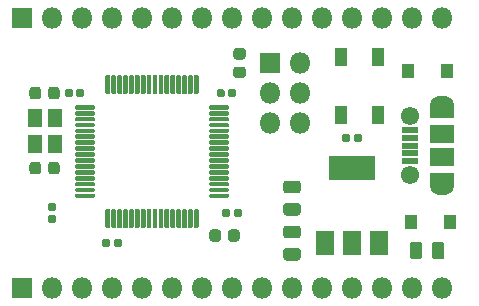
<source format=gbr>
%TF.GenerationSoftware,KiCad,Pcbnew,5.1.6+dfsg1-1*%
%TF.CreationDate,2020-06-20T18:18:21+08:00*%
%TF.ProjectId,stm32dev,73746d33-3264-4657-962e-6b696361645f,a*%
%TF.SameCoordinates,Original*%
%TF.FileFunction,Soldermask,Top*%
%TF.FilePolarity,Negative*%
%FSLAX46Y46*%
G04 Gerber Fmt 4.6, Leading zero omitted, Abs format (unit mm)*
G04 Created by KiCad (PCBNEW 5.1.6+dfsg1-1) date 2020-06-20 18:18:21*
%MOMM*%
%LPD*%
G01*
G04 APERTURE LIST*
%ADD10R,1.000000X1.300000*%
%ADD11R,1.100000X1.600000*%
%ADD12O,1.800000X1.800000*%
%ADD13R,1.800000X1.800000*%
%ADD14R,2.000000X1.300000*%
%ADD15O,2.000000X1.300000*%
%ADD16R,2.000000X1.600000*%
%ADD17C,1.550000*%
%ADD18R,1.450000X0.500000*%
%ADD19R,1.600000X2.100000*%
%ADD20R,3.900000X2.100000*%
%ADD21R,1.300000X1.500000*%
G04 APERTURE END LIST*
D10*
%TO.C,D3*%
X173100000Y-90805000D03*
X169800000Y-90805000D03*
%TD*%
%TO.C,D1*%
X173354000Y-103632000D03*
X170054000Y-103632000D03*
%TD*%
%TO.C,C10*%
G36*
G01*
X138765000Y-98778750D02*
X138765000Y-99341250D01*
G75*
G02*
X138521250Y-99585000I-243750J0D01*
G01*
X138033750Y-99585000D01*
G75*
G02*
X137790000Y-99341250I0J243750D01*
G01*
X137790000Y-98778750D01*
G75*
G02*
X138033750Y-98535000I243750J0D01*
G01*
X138521250Y-98535000D01*
G75*
G02*
X138765000Y-98778750I0J-243750D01*
G01*
G37*
G36*
G01*
X140340000Y-98778750D02*
X140340000Y-99341250D01*
G75*
G02*
X140096250Y-99585000I-243750J0D01*
G01*
X139608750Y-99585000D01*
G75*
G02*
X139365000Y-99341250I0J243750D01*
G01*
X139365000Y-98778750D01*
G75*
G02*
X139608750Y-98535000I243750J0D01*
G01*
X140096250Y-98535000D01*
G75*
G02*
X140340000Y-98778750I0J-243750D01*
G01*
G37*
%TD*%
%TO.C,C6*%
G36*
G01*
X139365000Y-92991250D02*
X139365000Y-92428750D01*
G75*
G02*
X139608750Y-92185000I243750J0D01*
G01*
X140096250Y-92185000D01*
G75*
G02*
X140340000Y-92428750I0J-243750D01*
G01*
X140340000Y-92991250D01*
G75*
G02*
X140096250Y-93235000I-243750J0D01*
G01*
X139608750Y-93235000D01*
G75*
G02*
X139365000Y-92991250I0J243750D01*
G01*
G37*
G36*
G01*
X137790000Y-92991250D02*
X137790000Y-92428750D01*
G75*
G02*
X138033750Y-92185000I243750J0D01*
G01*
X138521250Y-92185000D01*
G75*
G02*
X138765000Y-92428750I0J-243750D01*
G01*
X138765000Y-92991250D01*
G75*
G02*
X138521250Y-93235000I-243750J0D01*
G01*
X138033750Y-93235000D01*
G75*
G02*
X137790000Y-92991250I0J243750D01*
G01*
G37*
%TD*%
%TO.C,C13*%
G36*
G01*
X155856250Y-89870000D02*
X155293750Y-89870000D01*
G75*
G02*
X155050000Y-89626250I0J243750D01*
G01*
X155050000Y-89138750D01*
G75*
G02*
X155293750Y-88895000I243750J0D01*
G01*
X155856250Y-88895000D01*
G75*
G02*
X156100000Y-89138750I0J-243750D01*
G01*
X156100000Y-89626250D01*
G75*
G02*
X155856250Y-89870000I-243750J0D01*
G01*
G37*
G36*
G01*
X155856250Y-91445000D02*
X155293750Y-91445000D01*
G75*
G02*
X155050000Y-91201250I0J243750D01*
G01*
X155050000Y-90713750D01*
G75*
G02*
X155293750Y-90470000I243750J0D01*
G01*
X155856250Y-90470000D01*
G75*
G02*
X156100000Y-90713750I0J-243750D01*
G01*
X156100000Y-91201250D01*
G75*
G02*
X155856250Y-91445000I-243750J0D01*
G01*
G37*
%TD*%
%TO.C,C12*%
G36*
G01*
X154605000Y-105056250D02*
X154605000Y-104493750D01*
G75*
G02*
X154848750Y-104250000I243750J0D01*
G01*
X155336250Y-104250000D01*
G75*
G02*
X155580000Y-104493750I0J-243750D01*
G01*
X155580000Y-105056250D01*
G75*
G02*
X155336250Y-105300000I-243750J0D01*
G01*
X154848750Y-105300000D01*
G75*
G02*
X154605000Y-105056250I0J243750D01*
G01*
G37*
G36*
G01*
X153030000Y-105056250D02*
X153030000Y-104493750D01*
G75*
G02*
X153273750Y-104250000I243750J0D01*
G01*
X153761250Y-104250000D01*
G75*
G02*
X154005000Y-104493750I0J-243750D01*
G01*
X154005000Y-105056250D01*
G75*
G02*
X153761250Y-105300000I-243750J0D01*
G01*
X153273750Y-105300000D01*
G75*
G02*
X153030000Y-105056250I0J243750D01*
G01*
G37*
%TD*%
%TO.C,C11*%
G36*
G01*
X141465000Y-92512500D02*
X141465000Y-92907500D01*
G75*
G02*
X141292500Y-93080000I-172500J0D01*
G01*
X140947500Y-93080000D01*
G75*
G02*
X140775000Y-92907500I0J172500D01*
G01*
X140775000Y-92512500D01*
G75*
G02*
X140947500Y-92340000I172500J0D01*
G01*
X141292500Y-92340000D01*
G75*
G02*
X141465000Y-92512500I0J-172500D01*
G01*
G37*
G36*
G01*
X142435000Y-92512500D02*
X142435000Y-92907500D01*
G75*
G02*
X142262500Y-93080000I-172500J0D01*
G01*
X141917500Y-93080000D01*
G75*
G02*
X141745000Y-92907500I0J172500D01*
G01*
X141745000Y-92512500D01*
G75*
G02*
X141917500Y-92340000I172500J0D01*
G01*
X142262500Y-92340000D01*
G75*
G02*
X142435000Y-92512500I0J-172500D01*
G01*
G37*
%TD*%
%TO.C,C9*%
G36*
G01*
X139502500Y-103010000D02*
X139897500Y-103010000D01*
G75*
G02*
X140070000Y-103182500I0J-172500D01*
G01*
X140070000Y-103527500D01*
G75*
G02*
X139897500Y-103700000I-172500J0D01*
G01*
X139502500Y-103700000D01*
G75*
G02*
X139330000Y-103527500I0J172500D01*
G01*
X139330000Y-103182500D01*
G75*
G02*
X139502500Y-103010000I172500J0D01*
G01*
G37*
G36*
G01*
X139502500Y-102040000D02*
X139897500Y-102040000D01*
G75*
G02*
X140070000Y-102212500I0J-172500D01*
G01*
X140070000Y-102557500D01*
G75*
G02*
X139897500Y-102730000I-172500J0D01*
G01*
X139502500Y-102730000D01*
G75*
G02*
X139330000Y-102557500I0J172500D01*
G01*
X139330000Y-102212500D01*
G75*
G02*
X139502500Y-102040000I172500J0D01*
G01*
G37*
%TD*%
%TO.C,C8*%
G36*
G01*
X155080000Y-103067500D02*
X155080000Y-102672500D01*
G75*
G02*
X155252500Y-102500000I172500J0D01*
G01*
X155597500Y-102500000D01*
G75*
G02*
X155770000Y-102672500I0J-172500D01*
G01*
X155770000Y-103067500D01*
G75*
G02*
X155597500Y-103240000I-172500J0D01*
G01*
X155252500Y-103240000D01*
G75*
G02*
X155080000Y-103067500I0J172500D01*
G01*
G37*
G36*
G01*
X154110000Y-103067500D02*
X154110000Y-102672500D01*
G75*
G02*
X154282500Y-102500000I172500J0D01*
G01*
X154627500Y-102500000D01*
G75*
G02*
X154800000Y-102672500I0J-172500D01*
G01*
X154800000Y-103067500D01*
G75*
G02*
X154627500Y-103240000I-172500J0D01*
G01*
X154282500Y-103240000D01*
G75*
G02*
X154110000Y-103067500I0J172500D01*
G01*
G37*
%TD*%
%TO.C,C7*%
G36*
G01*
X154595000Y-92907500D02*
X154595000Y-92512500D01*
G75*
G02*
X154767500Y-92340000I172500J0D01*
G01*
X155112500Y-92340000D01*
G75*
G02*
X155285000Y-92512500I0J-172500D01*
G01*
X155285000Y-92907500D01*
G75*
G02*
X155112500Y-93080000I-172500J0D01*
G01*
X154767500Y-93080000D01*
G75*
G02*
X154595000Y-92907500I0J172500D01*
G01*
G37*
G36*
G01*
X153625000Y-92907500D02*
X153625000Y-92512500D01*
G75*
G02*
X153797500Y-92340000I172500J0D01*
G01*
X154142500Y-92340000D01*
G75*
G02*
X154315000Y-92512500I0J-172500D01*
G01*
X154315000Y-92907500D01*
G75*
G02*
X154142500Y-93080000I-172500J0D01*
G01*
X153797500Y-93080000D01*
G75*
G02*
X153625000Y-92907500I0J172500D01*
G01*
G37*
%TD*%
%TO.C,C5*%
G36*
G01*
X144640000Y-105212500D02*
X144640000Y-105607500D01*
G75*
G02*
X144467500Y-105780000I-172500J0D01*
G01*
X144122500Y-105780000D01*
G75*
G02*
X143950000Y-105607500I0J172500D01*
G01*
X143950000Y-105212500D01*
G75*
G02*
X144122500Y-105040000I172500J0D01*
G01*
X144467500Y-105040000D01*
G75*
G02*
X144640000Y-105212500I0J-172500D01*
G01*
G37*
G36*
G01*
X145610000Y-105212500D02*
X145610000Y-105607500D01*
G75*
G02*
X145437500Y-105780000I-172500J0D01*
G01*
X145092500Y-105780000D01*
G75*
G02*
X144920000Y-105607500I0J172500D01*
G01*
X144920000Y-105212500D01*
G75*
G02*
X145092500Y-105040000I172500J0D01*
G01*
X145437500Y-105040000D01*
G75*
G02*
X145610000Y-105212500I0J-172500D01*
G01*
G37*
%TD*%
D11*
%TO.C,D2*%
X164135000Y-94525000D03*
X167335000Y-94525000D03*
X164135000Y-89625000D03*
X167335000Y-89625000D03*
%TD*%
D12*
%TO.C,J5*%
X160655000Y-95250000D03*
X158115000Y-95250000D03*
X160655000Y-92710000D03*
X158115000Y-92710000D03*
X160655000Y-90170000D03*
D13*
X158115000Y-90170000D03*
%TD*%
D12*
%TO.C,J4*%
X172720000Y-86360000D03*
X170180000Y-86360000D03*
X167640000Y-86360000D03*
X165100000Y-86360000D03*
X162560000Y-86360000D03*
X160020000Y-86360000D03*
X157480000Y-86360000D03*
X154940000Y-86360000D03*
X152400000Y-86360000D03*
X149860000Y-86360000D03*
X147320000Y-86360000D03*
X144780000Y-86360000D03*
X142240000Y-86360000D03*
X139700000Y-86360000D03*
D13*
X137160000Y-86360000D03*
%TD*%
D12*
%TO.C,J3*%
X172720000Y-109220000D03*
X170180000Y-109220000D03*
X167640000Y-109220000D03*
X165100000Y-109220000D03*
X162560000Y-109220000D03*
X160020000Y-109220000D03*
X157480000Y-109220000D03*
X154940000Y-109220000D03*
X152400000Y-109220000D03*
X149860000Y-109220000D03*
X147320000Y-109220000D03*
X144780000Y-109220000D03*
X142240000Y-109220000D03*
X139700000Y-109220000D03*
D13*
X137160000Y-109220000D03*
%TD*%
D14*
%TO.C,J1*%
X172687500Y-100055000D03*
X172687500Y-94255000D03*
D15*
X172687500Y-93655000D03*
X172687500Y-100655000D03*
D16*
X172687500Y-98155000D03*
D17*
X169987500Y-94655000D03*
D18*
X169987500Y-97155000D03*
X169987500Y-96505000D03*
X169987500Y-95855000D03*
X169987500Y-98455000D03*
X169987500Y-97805000D03*
D17*
X169987500Y-99655000D03*
D16*
X172687500Y-96155000D03*
%TD*%
D19*
%TO.C,U1*%
X162800000Y-105385000D03*
X167400000Y-105385000D03*
X165100000Y-105385000D03*
D20*
X165100000Y-99085000D03*
%TD*%
%TO.C,C4*%
G36*
G01*
X165240000Y-96717500D02*
X165240000Y-96322500D01*
G75*
G02*
X165412500Y-96150000I172500J0D01*
G01*
X165757500Y-96150000D01*
G75*
G02*
X165930000Y-96322500I0J-172500D01*
G01*
X165930000Y-96717500D01*
G75*
G02*
X165757500Y-96890000I-172500J0D01*
G01*
X165412500Y-96890000D01*
G75*
G02*
X165240000Y-96717500I0J172500D01*
G01*
G37*
G36*
G01*
X164270000Y-96717500D02*
X164270000Y-96322500D01*
G75*
G02*
X164442500Y-96150000I172500J0D01*
G01*
X164787500Y-96150000D01*
G75*
G02*
X164960000Y-96322500I0J-172500D01*
G01*
X164960000Y-96717500D01*
G75*
G02*
X164787500Y-96890000I-172500J0D01*
G01*
X164442500Y-96890000D01*
G75*
G02*
X164270000Y-96717500I0J172500D01*
G01*
G37*
%TD*%
%TO.C,C3*%
G36*
G01*
X160501250Y-101200000D02*
X159538750Y-101200000D01*
G75*
G02*
X159270000Y-100931250I0J268750D01*
G01*
X159270000Y-100393750D01*
G75*
G02*
X159538750Y-100125000I268750J0D01*
G01*
X160501250Y-100125000D01*
G75*
G02*
X160770000Y-100393750I0J-268750D01*
G01*
X160770000Y-100931250D01*
G75*
G02*
X160501250Y-101200000I-268750J0D01*
G01*
G37*
G36*
G01*
X160501250Y-103075000D02*
X159538750Y-103075000D01*
G75*
G02*
X159270000Y-102806250I0J268750D01*
G01*
X159270000Y-102268750D01*
G75*
G02*
X159538750Y-102000000I268750J0D01*
G01*
X160501250Y-102000000D01*
G75*
G02*
X160770000Y-102268750I0J-268750D01*
G01*
X160770000Y-102806250D01*
G75*
G02*
X160501250Y-103075000I-268750J0D01*
G01*
G37*
%TD*%
%TO.C,C2*%
G36*
G01*
X159538750Y-105810000D02*
X160501250Y-105810000D01*
G75*
G02*
X160770000Y-106078750I0J-268750D01*
G01*
X160770000Y-106616250D01*
G75*
G02*
X160501250Y-106885000I-268750J0D01*
G01*
X159538750Y-106885000D01*
G75*
G02*
X159270000Y-106616250I0J268750D01*
G01*
X159270000Y-106078750D01*
G75*
G02*
X159538750Y-105810000I268750J0D01*
G01*
G37*
G36*
G01*
X159538750Y-103935000D02*
X160501250Y-103935000D01*
G75*
G02*
X160770000Y-104203750I0J-268750D01*
G01*
X160770000Y-104741250D01*
G75*
G02*
X160501250Y-105010000I-268750J0D01*
G01*
X159538750Y-105010000D01*
G75*
G02*
X159270000Y-104741250I0J268750D01*
G01*
X159270000Y-104203750D01*
G75*
G02*
X159538750Y-103935000I268750J0D01*
G01*
G37*
%TD*%
%TO.C,C1*%
G36*
G01*
X171850000Y-106526250D02*
X171850000Y-105563750D01*
G75*
G02*
X172118750Y-105295000I268750J0D01*
G01*
X172656250Y-105295000D01*
G75*
G02*
X172925000Y-105563750I0J-268750D01*
G01*
X172925000Y-106526250D01*
G75*
G02*
X172656250Y-106795000I-268750J0D01*
G01*
X172118750Y-106795000D01*
G75*
G02*
X171850000Y-106526250I0J268750D01*
G01*
G37*
G36*
G01*
X169975000Y-106526250D02*
X169975000Y-105563750D01*
G75*
G02*
X170243750Y-105295000I268750J0D01*
G01*
X170781250Y-105295000D01*
G75*
G02*
X171050000Y-105563750I0J-268750D01*
G01*
X171050000Y-106526250D01*
G75*
G02*
X170781250Y-106795000I-268750J0D01*
G01*
X170243750Y-106795000D01*
G75*
G02*
X169975000Y-106526250I0J268750D01*
G01*
G37*
%TD*%
D21*
%TO.C,Y1*%
X139915000Y-94785000D03*
X139915000Y-96985000D03*
X138215000Y-96985000D03*
X138215000Y-94785000D03*
%TD*%
%TO.C,U2*%
G36*
G01*
X144215000Y-92715000D02*
X144215000Y-91265000D01*
G75*
G02*
X144315000Y-91165000I100000J0D01*
G01*
X144515000Y-91165000D01*
G75*
G02*
X144615000Y-91265000I0J-100000D01*
G01*
X144615000Y-92715000D01*
G75*
G02*
X144515000Y-92815000I-100000J0D01*
G01*
X144315000Y-92815000D01*
G75*
G02*
X144215000Y-92715000I0J100000D01*
G01*
G37*
G36*
G01*
X144715000Y-92715000D02*
X144715000Y-91265000D01*
G75*
G02*
X144815000Y-91165000I100000J0D01*
G01*
X145015000Y-91165000D01*
G75*
G02*
X145115000Y-91265000I0J-100000D01*
G01*
X145115000Y-92715000D01*
G75*
G02*
X145015000Y-92815000I-100000J0D01*
G01*
X144815000Y-92815000D01*
G75*
G02*
X144715000Y-92715000I0J100000D01*
G01*
G37*
G36*
G01*
X145215000Y-92715000D02*
X145215000Y-91265000D01*
G75*
G02*
X145315000Y-91165000I100000J0D01*
G01*
X145515000Y-91165000D01*
G75*
G02*
X145615000Y-91265000I0J-100000D01*
G01*
X145615000Y-92715000D01*
G75*
G02*
X145515000Y-92815000I-100000J0D01*
G01*
X145315000Y-92815000D01*
G75*
G02*
X145215000Y-92715000I0J100000D01*
G01*
G37*
G36*
G01*
X145715000Y-92715000D02*
X145715000Y-91265000D01*
G75*
G02*
X145815000Y-91165000I100000J0D01*
G01*
X146015000Y-91165000D01*
G75*
G02*
X146115000Y-91265000I0J-100000D01*
G01*
X146115000Y-92715000D01*
G75*
G02*
X146015000Y-92815000I-100000J0D01*
G01*
X145815000Y-92815000D01*
G75*
G02*
X145715000Y-92715000I0J100000D01*
G01*
G37*
G36*
G01*
X146215000Y-92715000D02*
X146215000Y-91265000D01*
G75*
G02*
X146315000Y-91165000I100000J0D01*
G01*
X146515000Y-91165000D01*
G75*
G02*
X146615000Y-91265000I0J-100000D01*
G01*
X146615000Y-92715000D01*
G75*
G02*
X146515000Y-92815000I-100000J0D01*
G01*
X146315000Y-92815000D01*
G75*
G02*
X146215000Y-92715000I0J100000D01*
G01*
G37*
G36*
G01*
X146715000Y-92715000D02*
X146715000Y-91265000D01*
G75*
G02*
X146815000Y-91165000I100000J0D01*
G01*
X147015000Y-91165000D01*
G75*
G02*
X147115000Y-91265000I0J-100000D01*
G01*
X147115000Y-92715000D01*
G75*
G02*
X147015000Y-92815000I-100000J0D01*
G01*
X146815000Y-92815000D01*
G75*
G02*
X146715000Y-92715000I0J100000D01*
G01*
G37*
G36*
G01*
X147215000Y-92715000D02*
X147215000Y-91265000D01*
G75*
G02*
X147315000Y-91165000I100000J0D01*
G01*
X147515000Y-91165000D01*
G75*
G02*
X147615000Y-91265000I0J-100000D01*
G01*
X147615000Y-92715000D01*
G75*
G02*
X147515000Y-92815000I-100000J0D01*
G01*
X147315000Y-92815000D01*
G75*
G02*
X147215000Y-92715000I0J100000D01*
G01*
G37*
G36*
G01*
X147715000Y-92715000D02*
X147715000Y-91265000D01*
G75*
G02*
X147815000Y-91165000I100000J0D01*
G01*
X148015000Y-91165000D01*
G75*
G02*
X148115000Y-91265000I0J-100000D01*
G01*
X148115000Y-92715000D01*
G75*
G02*
X148015000Y-92815000I-100000J0D01*
G01*
X147815000Y-92815000D01*
G75*
G02*
X147715000Y-92715000I0J100000D01*
G01*
G37*
G36*
G01*
X148215000Y-92715000D02*
X148215000Y-91265000D01*
G75*
G02*
X148315000Y-91165000I100000J0D01*
G01*
X148515000Y-91165000D01*
G75*
G02*
X148615000Y-91265000I0J-100000D01*
G01*
X148615000Y-92715000D01*
G75*
G02*
X148515000Y-92815000I-100000J0D01*
G01*
X148315000Y-92815000D01*
G75*
G02*
X148215000Y-92715000I0J100000D01*
G01*
G37*
G36*
G01*
X148715000Y-92715000D02*
X148715000Y-91265000D01*
G75*
G02*
X148815000Y-91165000I100000J0D01*
G01*
X149015000Y-91165000D01*
G75*
G02*
X149115000Y-91265000I0J-100000D01*
G01*
X149115000Y-92715000D01*
G75*
G02*
X149015000Y-92815000I-100000J0D01*
G01*
X148815000Y-92815000D01*
G75*
G02*
X148715000Y-92715000I0J100000D01*
G01*
G37*
G36*
G01*
X149215000Y-92715000D02*
X149215000Y-91265000D01*
G75*
G02*
X149315000Y-91165000I100000J0D01*
G01*
X149515000Y-91165000D01*
G75*
G02*
X149615000Y-91265000I0J-100000D01*
G01*
X149615000Y-92715000D01*
G75*
G02*
X149515000Y-92815000I-100000J0D01*
G01*
X149315000Y-92815000D01*
G75*
G02*
X149215000Y-92715000I0J100000D01*
G01*
G37*
G36*
G01*
X149715000Y-92715000D02*
X149715000Y-91265000D01*
G75*
G02*
X149815000Y-91165000I100000J0D01*
G01*
X150015000Y-91165000D01*
G75*
G02*
X150115000Y-91265000I0J-100000D01*
G01*
X150115000Y-92715000D01*
G75*
G02*
X150015000Y-92815000I-100000J0D01*
G01*
X149815000Y-92815000D01*
G75*
G02*
X149715000Y-92715000I0J100000D01*
G01*
G37*
G36*
G01*
X150215000Y-92715000D02*
X150215000Y-91265000D01*
G75*
G02*
X150315000Y-91165000I100000J0D01*
G01*
X150515000Y-91165000D01*
G75*
G02*
X150615000Y-91265000I0J-100000D01*
G01*
X150615000Y-92715000D01*
G75*
G02*
X150515000Y-92815000I-100000J0D01*
G01*
X150315000Y-92815000D01*
G75*
G02*
X150215000Y-92715000I0J100000D01*
G01*
G37*
G36*
G01*
X150715000Y-92715000D02*
X150715000Y-91265000D01*
G75*
G02*
X150815000Y-91165000I100000J0D01*
G01*
X151015000Y-91165000D01*
G75*
G02*
X151115000Y-91265000I0J-100000D01*
G01*
X151115000Y-92715000D01*
G75*
G02*
X151015000Y-92815000I-100000J0D01*
G01*
X150815000Y-92815000D01*
G75*
G02*
X150715000Y-92715000I0J100000D01*
G01*
G37*
G36*
G01*
X151215000Y-92715000D02*
X151215000Y-91265000D01*
G75*
G02*
X151315000Y-91165000I100000J0D01*
G01*
X151515000Y-91165000D01*
G75*
G02*
X151615000Y-91265000I0J-100000D01*
G01*
X151615000Y-92715000D01*
G75*
G02*
X151515000Y-92815000I-100000J0D01*
G01*
X151315000Y-92815000D01*
G75*
G02*
X151215000Y-92715000I0J100000D01*
G01*
G37*
G36*
G01*
X151715000Y-92715000D02*
X151715000Y-91265000D01*
G75*
G02*
X151815000Y-91165000I100000J0D01*
G01*
X152015000Y-91165000D01*
G75*
G02*
X152115000Y-91265000I0J-100000D01*
G01*
X152115000Y-92715000D01*
G75*
G02*
X152015000Y-92815000I-100000J0D01*
G01*
X151815000Y-92815000D01*
G75*
G02*
X151715000Y-92715000I0J100000D01*
G01*
G37*
G36*
G01*
X153015000Y-94015000D02*
X153015000Y-93815000D01*
G75*
G02*
X153115000Y-93715000I100000J0D01*
G01*
X154565000Y-93715000D01*
G75*
G02*
X154665000Y-93815000I0J-100000D01*
G01*
X154665000Y-94015000D01*
G75*
G02*
X154565000Y-94115000I-100000J0D01*
G01*
X153115000Y-94115000D01*
G75*
G02*
X153015000Y-94015000I0J100000D01*
G01*
G37*
G36*
G01*
X153015000Y-94515000D02*
X153015000Y-94315000D01*
G75*
G02*
X153115000Y-94215000I100000J0D01*
G01*
X154565000Y-94215000D01*
G75*
G02*
X154665000Y-94315000I0J-100000D01*
G01*
X154665000Y-94515000D01*
G75*
G02*
X154565000Y-94615000I-100000J0D01*
G01*
X153115000Y-94615000D01*
G75*
G02*
X153015000Y-94515000I0J100000D01*
G01*
G37*
G36*
G01*
X153015000Y-95015000D02*
X153015000Y-94815000D01*
G75*
G02*
X153115000Y-94715000I100000J0D01*
G01*
X154565000Y-94715000D01*
G75*
G02*
X154665000Y-94815000I0J-100000D01*
G01*
X154665000Y-95015000D01*
G75*
G02*
X154565000Y-95115000I-100000J0D01*
G01*
X153115000Y-95115000D01*
G75*
G02*
X153015000Y-95015000I0J100000D01*
G01*
G37*
G36*
G01*
X153015000Y-95515000D02*
X153015000Y-95315000D01*
G75*
G02*
X153115000Y-95215000I100000J0D01*
G01*
X154565000Y-95215000D01*
G75*
G02*
X154665000Y-95315000I0J-100000D01*
G01*
X154665000Y-95515000D01*
G75*
G02*
X154565000Y-95615000I-100000J0D01*
G01*
X153115000Y-95615000D01*
G75*
G02*
X153015000Y-95515000I0J100000D01*
G01*
G37*
G36*
G01*
X153015000Y-96015000D02*
X153015000Y-95815000D01*
G75*
G02*
X153115000Y-95715000I100000J0D01*
G01*
X154565000Y-95715000D01*
G75*
G02*
X154665000Y-95815000I0J-100000D01*
G01*
X154665000Y-96015000D01*
G75*
G02*
X154565000Y-96115000I-100000J0D01*
G01*
X153115000Y-96115000D01*
G75*
G02*
X153015000Y-96015000I0J100000D01*
G01*
G37*
G36*
G01*
X153015000Y-96515000D02*
X153015000Y-96315000D01*
G75*
G02*
X153115000Y-96215000I100000J0D01*
G01*
X154565000Y-96215000D01*
G75*
G02*
X154665000Y-96315000I0J-100000D01*
G01*
X154665000Y-96515000D01*
G75*
G02*
X154565000Y-96615000I-100000J0D01*
G01*
X153115000Y-96615000D01*
G75*
G02*
X153015000Y-96515000I0J100000D01*
G01*
G37*
G36*
G01*
X153015000Y-97015000D02*
X153015000Y-96815000D01*
G75*
G02*
X153115000Y-96715000I100000J0D01*
G01*
X154565000Y-96715000D01*
G75*
G02*
X154665000Y-96815000I0J-100000D01*
G01*
X154665000Y-97015000D01*
G75*
G02*
X154565000Y-97115000I-100000J0D01*
G01*
X153115000Y-97115000D01*
G75*
G02*
X153015000Y-97015000I0J100000D01*
G01*
G37*
G36*
G01*
X153015000Y-97515000D02*
X153015000Y-97315000D01*
G75*
G02*
X153115000Y-97215000I100000J0D01*
G01*
X154565000Y-97215000D01*
G75*
G02*
X154665000Y-97315000I0J-100000D01*
G01*
X154665000Y-97515000D01*
G75*
G02*
X154565000Y-97615000I-100000J0D01*
G01*
X153115000Y-97615000D01*
G75*
G02*
X153015000Y-97515000I0J100000D01*
G01*
G37*
G36*
G01*
X153015000Y-98015000D02*
X153015000Y-97815000D01*
G75*
G02*
X153115000Y-97715000I100000J0D01*
G01*
X154565000Y-97715000D01*
G75*
G02*
X154665000Y-97815000I0J-100000D01*
G01*
X154665000Y-98015000D01*
G75*
G02*
X154565000Y-98115000I-100000J0D01*
G01*
X153115000Y-98115000D01*
G75*
G02*
X153015000Y-98015000I0J100000D01*
G01*
G37*
G36*
G01*
X153015000Y-98515000D02*
X153015000Y-98315000D01*
G75*
G02*
X153115000Y-98215000I100000J0D01*
G01*
X154565000Y-98215000D01*
G75*
G02*
X154665000Y-98315000I0J-100000D01*
G01*
X154665000Y-98515000D01*
G75*
G02*
X154565000Y-98615000I-100000J0D01*
G01*
X153115000Y-98615000D01*
G75*
G02*
X153015000Y-98515000I0J100000D01*
G01*
G37*
G36*
G01*
X153015000Y-99015000D02*
X153015000Y-98815000D01*
G75*
G02*
X153115000Y-98715000I100000J0D01*
G01*
X154565000Y-98715000D01*
G75*
G02*
X154665000Y-98815000I0J-100000D01*
G01*
X154665000Y-99015000D01*
G75*
G02*
X154565000Y-99115000I-100000J0D01*
G01*
X153115000Y-99115000D01*
G75*
G02*
X153015000Y-99015000I0J100000D01*
G01*
G37*
G36*
G01*
X153015000Y-99515000D02*
X153015000Y-99315000D01*
G75*
G02*
X153115000Y-99215000I100000J0D01*
G01*
X154565000Y-99215000D01*
G75*
G02*
X154665000Y-99315000I0J-100000D01*
G01*
X154665000Y-99515000D01*
G75*
G02*
X154565000Y-99615000I-100000J0D01*
G01*
X153115000Y-99615000D01*
G75*
G02*
X153015000Y-99515000I0J100000D01*
G01*
G37*
G36*
G01*
X153015000Y-100015000D02*
X153015000Y-99815000D01*
G75*
G02*
X153115000Y-99715000I100000J0D01*
G01*
X154565000Y-99715000D01*
G75*
G02*
X154665000Y-99815000I0J-100000D01*
G01*
X154665000Y-100015000D01*
G75*
G02*
X154565000Y-100115000I-100000J0D01*
G01*
X153115000Y-100115000D01*
G75*
G02*
X153015000Y-100015000I0J100000D01*
G01*
G37*
G36*
G01*
X153015000Y-100515000D02*
X153015000Y-100315000D01*
G75*
G02*
X153115000Y-100215000I100000J0D01*
G01*
X154565000Y-100215000D01*
G75*
G02*
X154665000Y-100315000I0J-100000D01*
G01*
X154665000Y-100515000D01*
G75*
G02*
X154565000Y-100615000I-100000J0D01*
G01*
X153115000Y-100615000D01*
G75*
G02*
X153015000Y-100515000I0J100000D01*
G01*
G37*
G36*
G01*
X153015000Y-101015000D02*
X153015000Y-100815000D01*
G75*
G02*
X153115000Y-100715000I100000J0D01*
G01*
X154565000Y-100715000D01*
G75*
G02*
X154665000Y-100815000I0J-100000D01*
G01*
X154665000Y-101015000D01*
G75*
G02*
X154565000Y-101115000I-100000J0D01*
G01*
X153115000Y-101115000D01*
G75*
G02*
X153015000Y-101015000I0J100000D01*
G01*
G37*
G36*
G01*
X153015000Y-101515000D02*
X153015000Y-101315000D01*
G75*
G02*
X153115000Y-101215000I100000J0D01*
G01*
X154565000Y-101215000D01*
G75*
G02*
X154665000Y-101315000I0J-100000D01*
G01*
X154665000Y-101515000D01*
G75*
G02*
X154565000Y-101615000I-100000J0D01*
G01*
X153115000Y-101615000D01*
G75*
G02*
X153015000Y-101515000I0J100000D01*
G01*
G37*
G36*
G01*
X151715000Y-104065000D02*
X151715000Y-102615000D01*
G75*
G02*
X151815000Y-102515000I100000J0D01*
G01*
X152015000Y-102515000D01*
G75*
G02*
X152115000Y-102615000I0J-100000D01*
G01*
X152115000Y-104065000D01*
G75*
G02*
X152015000Y-104165000I-100000J0D01*
G01*
X151815000Y-104165000D01*
G75*
G02*
X151715000Y-104065000I0J100000D01*
G01*
G37*
G36*
G01*
X151215000Y-104065000D02*
X151215000Y-102615000D01*
G75*
G02*
X151315000Y-102515000I100000J0D01*
G01*
X151515000Y-102515000D01*
G75*
G02*
X151615000Y-102615000I0J-100000D01*
G01*
X151615000Y-104065000D01*
G75*
G02*
X151515000Y-104165000I-100000J0D01*
G01*
X151315000Y-104165000D01*
G75*
G02*
X151215000Y-104065000I0J100000D01*
G01*
G37*
G36*
G01*
X150715000Y-104065000D02*
X150715000Y-102615000D01*
G75*
G02*
X150815000Y-102515000I100000J0D01*
G01*
X151015000Y-102515000D01*
G75*
G02*
X151115000Y-102615000I0J-100000D01*
G01*
X151115000Y-104065000D01*
G75*
G02*
X151015000Y-104165000I-100000J0D01*
G01*
X150815000Y-104165000D01*
G75*
G02*
X150715000Y-104065000I0J100000D01*
G01*
G37*
G36*
G01*
X150215000Y-104065000D02*
X150215000Y-102615000D01*
G75*
G02*
X150315000Y-102515000I100000J0D01*
G01*
X150515000Y-102515000D01*
G75*
G02*
X150615000Y-102615000I0J-100000D01*
G01*
X150615000Y-104065000D01*
G75*
G02*
X150515000Y-104165000I-100000J0D01*
G01*
X150315000Y-104165000D01*
G75*
G02*
X150215000Y-104065000I0J100000D01*
G01*
G37*
G36*
G01*
X149715000Y-104065000D02*
X149715000Y-102615000D01*
G75*
G02*
X149815000Y-102515000I100000J0D01*
G01*
X150015000Y-102515000D01*
G75*
G02*
X150115000Y-102615000I0J-100000D01*
G01*
X150115000Y-104065000D01*
G75*
G02*
X150015000Y-104165000I-100000J0D01*
G01*
X149815000Y-104165000D01*
G75*
G02*
X149715000Y-104065000I0J100000D01*
G01*
G37*
G36*
G01*
X149215000Y-104065000D02*
X149215000Y-102615000D01*
G75*
G02*
X149315000Y-102515000I100000J0D01*
G01*
X149515000Y-102515000D01*
G75*
G02*
X149615000Y-102615000I0J-100000D01*
G01*
X149615000Y-104065000D01*
G75*
G02*
X149515000Y-104165000I-100000J0D01*
G01*
X149315000Y-104165000D01*
G75*
G02*
X149215000Y-104065000I0J100000D01*
G01*
G37*
G36*
G01*
X148715000Y-104065000D02*
X148715000Y-102615000D01*
G75*
G02*
X148815000Y-102515000I100000J0D01*
G01*
X149015000Y-102515000D01*
G75*
G02*
X149115000Y-102615000I0J-100000D01*
G01*
X149115000Y-104065000D01*
G75*
G02*
X149015000Y-104165000I-100000J0D01*
G01*
X148815000Y-104165000D01*
G75*
G02*
X148715000Y-104065000I0J100000D01*
G01*
G37*
G36*
G01*
X148215000Y-104065000D02*
X148215000Y-102615000D01*
G75*
G02*
X148315000Y-102515000I100000J0D01*
G01*
X148515000Y-102515000D01*
G75*
G02*
X148615000Y-102615000I0J-100000D01*
G01*
X148615000Y-104065000D01*
G75*
G02*
X148515000Y-104165000I-100000J0D01*
G01*
X148315000Y-104165000D01*
G75*
G02*
X148215000Y-104065000I0J100000D01*
G01*
G37*
G36*
G01*
X147715000Y-104065000D02*
X147715000Y-102615000D01*
G75*
G02*
X147815000Y-102515000I100000J0D01*
G01*
X148015000Y-102515000D01*
G75*
G02*
X148115000Y-102615000I0J-100000D01*
G01*
X148115000Y-104065000D01*
G75*
G02*
X148015000Y-104165000I-100000J0D01*
G01*
X147815000Y-104165000D01*
G75*
G02*
X147715000Y-104065000I0J100000D01*
G01*
G37*
G36*
G01*
X147215000Y-104065000D02*
X147215000Y-102615000D01*
G75*
G02*
X147315000Y-102515000I100000J0D01*
G01*
X147515000Y-102515000D01*
G75*
G02*
X147615000Y-102615000I0J-100000D01*
G01*
X147615000Y-104065000D01*
G75*
G02*
X147515000Y-104165000I-100000J0D01*
G01*
X147315000Y-104165000D01*
G75*
G02*
X147215000Y-104065000I0J100000D01*
G01*
G37*
G36*
G01*
X146715000Y-104065000D02*
X146715000Y-102615000D01*
G75*
G02*
X146815000Y-102515000I100000J0D01*
G01*
X147015000Y-102515000D01*
G75*
G02*
X147115000Y-102615000I0J-100000D01*
G01*
X147115000Y-104065000D01*
G75*
G02*
X147015000Y-104165000I-100000J0D01*
G01*
X146815000Y-104165000D01*
G75*
G02*
X146715000Y-104065000I0J100000D01*
G01*
G37*
G36*
G01*
X146215000Y-104065000D02*
X146215000Y-102615000D01*
G75*
G02*
X146315000Y-102515000I100000J0D01*
G01*
X146515000Y-102515000D01*
G75*
G02*
X146615000Y-102615000I0J-100000D01*
G01*
X146615000Y-104065000D01*
G75*
G02*
X146515000Y-104165000I-100000J0D01*
G01*
X146315000Y-104165000D01*
G75*
G02*
X146215000Y-104065000I0J100000D01*
G01*
G37*
G36*
G01*
X145715000Y-104065000D02*
X145715000Y-102615000D01*
G75*
G02*
X145815000Y-102515000I100000J0D01*
G01*
X146015000Y-102515000D01*
G75*
G02*
X146115000Y-102615000I0J-100000D01*
G01*
X146115000Y-104065000D01*
G75*
G02*
X146015000Y-104165000I-100000J0D01*
G01*
X145815000Y-104165000D01*
G75*
G02*
X145715000Y-104065000I0J100000D01*
G01*
G37*
G36*
G01*
X145215000Y-104065000D02*
X145215000Y-102615000D01*
G75*
G02*
X145315000Y-102515000I100000J0D01*
G01*
X145515000Y-102515000D01*
G75*
G02*
X145615000Y-102615000I0J-100000D01*
G01*
X145615000Y-104065000D01*
G75*
G02*
X145515000Y-104165000I-100000J0D01*
G01*
X145315000Y-104165000D01*
G75*
G02*
X145215000Y-104065000I0J100000D01*
G01*
G37*
G36*
G01*
X144715000Y-104065000D02*
X144715000Y-102615000D01*
G75*
G02*
X144815000Y-102515000I100000J0D01*
G01*
X145015000Y-102515000D01*
G75*
G02*
X145115000Y-102615000I0J-100000D01*
G01*
X145115000Y-104065000D01*
G75*
G02*
X145015000Y-104165000I-100000J0D01*
G01*
X144815000Y-104165000D01*
G75*
G02*
X144715000Y-104065000I0J100000D01*
G01*
G37*
G36*
G01*
X144215000Y-104065000D02*
X144215000Y-102615000D01*
G75*
G02*
X144315000Y-102515000I100000J0D01*
G01*
X144515000Y-102515000D01*
G75*
G02*
X144615000Y-102615000I0J-100000D01*
G01*
X144615000Y-104065000D01*
G75*
G02*
X144515000Y-104165000I-100000J0D01*
G01*
X144315000Y-104165000D01*
G75*
G02*
X144215000Y-104065000I0J100000D01*
G01*
G37*
G36*
G01*
X141665000Y-101515000D02*
X141665000Y-101315000D01*
G75*
G02*
X141765000Y-101215000I100000J0D01*
G01*
X143215000Y-101215000D01*
G75*
G02*
X143315000Y-101315000I0J-100000D01*
G01*
X143315000Y-101515000D01*
G75*
G02*
X143215000Y-101615000I-100000J0D01*
G01*
X141765000Y-101615000D01*
G75*
G02*
X141665000Y-101515000I0J100000D01*
G01*
G37*
G36*
G01*
X141665000Y-101015000D02*
X141665000Y-100815000D01*
G75*
G02*
X141765000Y-100715000I100000J0D01*
G01*
X143215000Y-100715000D01*
G75*
G02*
X143315000Y-100815000I0J-100000D01*
G01*
X143315000Y-101015000D01*
G75*
G02*
X143215000Y-101115000I-100000J0D01*
G01*
X141765000Y-101115000D01*
G75*
G02*
X141665000Y-101015000I0J100000D01*
G01*
G37*
G36*
G01*
X141665000Y-100515000D02*
X141665000Y-100315000D01*
G75*
G02*
X141765000Y-100215000I100000J0D01*
G01*
X143215000Y-100215000D01*
G75*
G02*
X143315000Y-100315000I0J-100000D01*
G01*
X143315000Y-100515000D01*
G75*
G02*
X143215000Y-100615000I-100000J0D01*
G01*
X141765000Y-100615000D01*
G75*
G02*
X141665000Y-100515000I0J100000D01*
G01*
G37*
G36*
G01*
X141665000Y-100015000D02*
X141665000Y-99815000D01*
G75*
G02*
X141765000Y-99715000I100000J0D01*
G01*
X143215000Y-99715000D01*
G75*
G02*
X143315000Y-99815000I0J-100000D01*
G01*
X143315000Y-100015000D01*
G75*
G02*
X143215000Y-100115000I-100000J0D01*
G01*
X141765000Y-100115000D01*
G75*
G02*
X141665000Y-100015000I0J100000D01*
G01*
G37*
G36*
G01*
X141665000Y-99515000D02*
X141665000Y-99315000D01*
G75*
G02*
X141765000Y-99215000I100000J0D01*
G01*
X143215000Y-99215000D01*
G75*
G02*
X143315000Y-99315000I0J-100000D01*
G01*
X143315000Y-99515000D01*
G75*
G02*
X143215000Y-99615000I-100000J0D01*
G01*
X141765000Y-99615000D01*
G75*
G02*
X141665000Y-99515000I0J100000D01*
G01*
G37*
G36*
G01*
X141665000Y-99015000D02*
X141665000Y-98815000D01*
G75*
G02*
X141765000Y-98715000I100000J0D01*
G01*
X143215000Y-98715000D01*
G75*
G02*
X143315000Y-98815000I0J-100000D01*
G01*
X143315000Y-99015000D01*
G75*
G02*
X143215000Y-99115000I-100000J0D01*
G01*
X141765000Y-99115000D01*
G75*
G02*
X141665000Y-99015000I0J100000D01*
G01*
G37*
G36*
G01*
X141665000Y-98515000D02*
X141665000Y-98315000D01*
G75*
G02*
X141765000Y-98215000I100000J0D01*
G01*
X143215000Y-98215000D01*
G75*
G02*
X143315000Y-98315000I0J-100000D01*
G01*
X143315000Y-98515000D01*
G75*
G02*
X143215000Y-98615000I-100000J0D01*
G01*
X141765000Y-98615000D01*
G75*
G02*
X141665000Y-98515000I0J100000D01*
G01*
G37*
G36*
G01*
X141665000Y-98015000D02*
X141665000Y-97815000D01*
G75*
G02*
X141765000Y-97715000I100000J0D01*
G01*
X143215000Y-97715000D01*
G75*
G02*
X143315000Y-97815000I0J-100000D01*
G01*
X143315000Y-98015000D01*
G75*
G02*
X143215000Y-98115000I-100000J0D01*
G01*
X141765000Y-98115000D01*
G75*
G02*
X141665000Y-98015000I0J100000D01*
G01*
G37*
G36*
G01*
X141665000Y-97515000D02*
X141665000Y-97315000D01*
G75*
G02*
X141765000Y-97215000I100000J0D01*
G01*
X143215000Y-97215000D01*
G75*
G02*
X143315000Y-97315000I0J-100000D01*
G01*
X143315000Y-97515000D01*
G75*
G02*
X143215000Y-97615000I-100000J0D01*
G01*
X141765000Y-97615000D01*
G75*
G02*
X141665000Y-97515000I0J100000D01*
G01*
G37*
G36*
G01*
X141665000Y-97015000D02*
X141665000Y-96815000D01*
G75*
G02*
X141765000Y-96715000I100000J0D01*
G01*
X143215000Y-96715000D01*
G75*
G02*
X143315000Y-96815000I0J-100000D01*
G01*
X143315000Y-97015000D01*
G75*
G02*
X143215000Y-97115000I-100000J0D01*
G01*
X141765000Y-97115000D01*
G75*
G02*
X141665000Y-97015000I0J100000D01*
G01*
G37*
G36*
G01*
X141665000Y-96515000D02*
X141665000Y-96315000D01*
G75*
G02*
X141765000Y-96215000I100000J0D01*
G01*
X143215000Y-96215000D01*
G75*
G02*
X143315000Y-96315000I0J-100000D01*
G01*
X143315000Y-96515000D01*
G75*
G02*
X143215000Y-96615000I-100000J0D01*
G01*
X141765000Y-96615000D01*
G75*
G02*
X141665000Y-96515000I0J100000D01*
G01*
G37*
G36*
G01*
X141665000Y-96015000D02*
X141665000Y-95815000D01*
G75*
G02*
X141765000Y-95715000I100000J0D01*
G01*
X143215000Y-95715000D01*
G75*
G02*
X143315000Y-95815000I0J-100000D01*
G01*
X143315000Y-96015000D01*
G75*
G02*
X143215000Y-96115000I-100000J0D01*
G01*
X141765000Y-96115000D01*
G75*
G02*
X141665000Y-96015000I0J100000D01*
G01*
G37*
G36*
G01*
X141665000Y-95515000D02*
X141665000Y-95315000D01*
G75*
G02*
X141765000Y-95215000I100000J0D01*
G01*
X143215000Y-95215000D01*
G75*
G02*
X143315000Y-95315000I0J-100000D01*
G01*
X143315000Y-95515000D01*
G75*
G02*
X143215000Y-95615000I-100000J0D01*
G01*
X141765000Y-95615000D01*
G75*
G02*
X141665000Y-95515000I0J100000D01*
G01*
G37*
G36*
G01*
X141665000Y-95015000D02*
X141665000Y-94815000D01*
G75*
G02*
X141765000Y-94715000I100000J0D01*
G01*
X143215000Y-94715000D01*
G75*
G02*
X143315000Y-94815000I0J-100000D01*
G01*
X143315000Y-95015000D01*
G75*
G02*
X143215000Y-95115000I-100000J0D01*
G01*
X141765000Y-95115000D01*
G75*
G02*
X141665000Y-95015000I0J100000D01*
G01*
G37*
G36*
G01*
X141665000Y-94515000D02*
X141665000Y-94315000D01*
G75*
G02*
X141765000Y-94215000I100000J0D01*
G01*
X143215000Y-94215000D01*
G75*
G02*
X143315000Y-94315000I0J-100000D01*
G01*
X143315000Y-94515000D01*
G75*
G02*
X143215000Y-94615000I-100000J0D01*
G01*
X141765000Y-94615000D01*
G75*
G02*
X141665000Y-94515000I0J100000D01*
G01*
G37*
G36*
G01*
X141665000Y-94015000D02*
X141665000Y-93815000D01*
G75*
G02*
X141765000Y-93715000I100000J0D01*
G01*
X143215000Y-93715000D01*
G75*
G02*
X143315000Y-93815000I0J-100000D01*
G01*
X143315000Y-94015000D01*
G75*
G02*
X143215000Y-94115000I-100000J0D01*
G01*
X141765000Y-94115000D01*
G75*
G02*
X141665000Y-94015000I0J100000D01*
G01*
G37*
%TD*%
M02*

</source>
